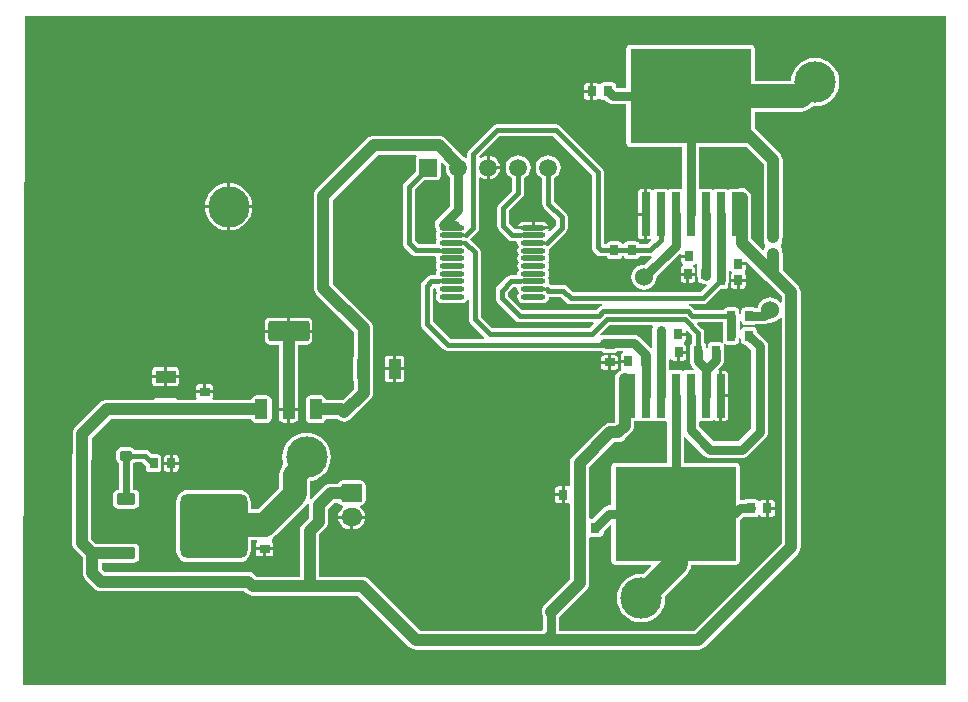
<source format=gtl>
%FSTAX24Y24*%
%MOIN*%
%SFA1B1*%

%IPPOS*%
%AMD11*
4,1,8,0.016200,0.034400,-0.016200,0.034400,-0.021600,0.029000,-0.021600,-0.029000,-0.016200,-0.034400,0.016200,-0.034400,0.021600,-0.029000,0.021600,0.029000,0.016200,0.034400,0.0*
1,1,0.010800,0.016200,0.029000*
1,1,0.010800,-0.016200,0.029000*
1,1,0.010800,-0.016200,-0.029000*
1,1,0.010800,0.016200,-0.029000*
%
%AMD12*
4,1,8,0.016200,0.034400,-0.016200,0.034400,-0.021600,0.029000,-0.021600,-0.029000,-0.016200,-0.034400,0.016200,-0.034400,0.021600,-0.029000,0.021600,0.029000,0.016200,0.034400,0.0*
1,1,0.010800,0.016200,0.029000*
1,1,0.010800,-0.016200,0.029000*
1,1,0.010800,-0.016200,-0.029000*
1,1,0.010800,0.016200,-0.029000*
%
%AMD13*
4,1,8,0.060300,0.034400,-0.060300,0.034400,-0.068900,0.025800,-0.068900,-0.025800,-0.060300,-0.034400,0.060300,-0.034400,0.068900,-0.025800,0.068900,0.025800,0.060300,0.034400,0.0*
1,1,0.017200,0.060300,0.025800*
1,1,0.017200,-0.060300,0.025800*
1,1,0.017200,-0.060300,-0.025800*
1,1,0.017200,0.060300,-0.025800*
%
%AMD16*
4,1,8,0.031500,-0.014800,0.031500,0.014800,0.026600,0.019700,-0.026600,0.019700,-0.031500,0.014800,-0.031500,-0.014800,-0.026600,-0.019700,0.026600,-0.019700,0.031500,-0.014800,0.0*
1,1,0.009800,0.026600,-0.014800*
1,1,0.009800,0.026600,0.014800*
1,1,0.009800,-0.026600,0.014800*
1,1,0.009800,-0.026600,-0.014800*
%
%AMD17*
4,1,8,0.112200,-0.081100,0.112200,0.081100,0.085100,0.108200,-0.085100,0.108200,-0.112200,0.081100,-0.112200,-0.081100,-0.085100,-0.108200,0.085100,-0.108200,0.112200,-0.081100,0.0*
1,1,0.054200,0.085100,-0.081100*
1,1,0.054200,0.085100,0.081100*
1,1,0.054200,-0.085100,0.081100*
1,1,0.054200,-0.085100,-0.081100*
%
%AMD18*
4,1,8,0.019700,-0.011800,0.019700,0.011800,0.015800,0.015700,-0.015800,0.015700,-0.019700,0.011800,-0.019700,-0.011800,-0.015800,-0.015700,0.015800,-0.015700,0.019700,-0.011800,0.0*
1,1,0.007800,0.015800,-0.011800*
1,1,0.007800,0.015800,0.011800*
1,1,0.007800,-0.015800,0.011800*
1,1,0.007800,-0.015800,-0.011800*
%
%AMD31*
4,1,8,0.035000,-0.022500,0.035000,0.022500,0.027500,0.030000,-0.027500,0.030000,-0.035000,0.022500,-0.035000,-0.022500,-0.027500,-0.030000,0.027500,-0.030000,0.035000,-0.022500,0.0*
1,1,0.015000,0.027500,-0.022500*
1,1,0.015000,0.027500,0.022500*
1,1,0.015000,-0.027500,0.022500*
1,1,0.015000,-0.027500,-0.022500*
%
%ADD10R,0.066900X0.043300*%
G04~CAMADD=11~8~0.0~0.0~433.0~689.0~54.0~0.0~15~0.0~0.0~0.0~0.0~0~0.0~0.0~0.0~0.0~0~0.0~0.0~0.0~0.0~433.0~689.0*
%ADD11D11*%
G04~CAMADD=12~8~0.0~0.0~433.0~689.0~54.0~0.0~15~0.0~0.0~0.0~0.0~0~0.0~0.0~0.0~0.0~0~0.0~0.0~0.0~0.0~433.0~689.0*
%ADD12D12*%
G04~CAMADD=13~8~0.0~0.0~1378.0~689.0~86.0~0.0~15~0.0~0.0~0.0~0.0~0~0.0~0.0~0.0~0.0~0~0.0~0.0~0.0~0.0~1378.0~689.0*
%ADD13D13*%
%ADD14R,0.035400X0.031500*%
%ADD15R,0.027600X0.035400*%
G04~CAMADD=16~8~0.0~0.0~394.0~630.0~49.0~0.0~15~0.0~0.0~0.0~0.0~0~0.0~0.0~0.0~0.0~0~0.0~0.0~0.0~270.0~630.0~394.0*
%ADD16D16*%
G04~CAMADD=17~8~0.0~0.0~2165.0~2244.0~271.0~0.0~15~0.0~0.0~0.0~0.0~0~0.0~0.0~0.0~0.0~0~0.0~0.0~0.0~270.0~2244.0~2164.0*
%ADD17D17*%
G04~CAMADD=18~8~0.0~0.0~315.0~394.0~39.0~0.0~15~0.0~0.0~0.0~0.0~0~0.0~0.0~0.0~0.0~0~0.0~0.0~0.0~270.0~394.0~314.0*
%ADD18D18*%
%ADD19R,0.031500X0.035400*%
%ADD20R,0.035400X0.027600*%
%ADD21R,0.031500X0.145700*%
%ADD22R,0.403500X0.315000*%
%ADD23R,0.043300X0.066900*%
%ADD24O,0.082700X0.017700*%
%ADD25C,0.078700*%
%ADD26C,0.039400*%
%ADD27C,0.015700*%
%ADD28C,0.031500*%
%ADD29C,0.023600*%
%ADD30O,0.070000X0.060000*%
G04~CAMADD=31~8~0.0~0.0~600.0~700.0~75.0~0.0~15~0.0~0.0~0.0~0.0~0~0.0~0.0~0.0~0.0~0~0.0~0.0~0.0~270.0~700.0~600.0*
%ADD31D31*%
%ADD32R,0.059100X0.059100*%
%ADD33C,0.059100*%
%ADD34C,0.060000*%
%ADD35C,0.137800*%
%LNteste2.1pcb-1*%
%LPD*%
G36*
X03075Y000015D02*
X030704Y-000004D01*
X0307Y0*
X000035*
X0Y000035*
X00005Y0223*
X03075*
Y000015*
G37*
%LNteste2.1pcb-2*%
%LPC*%
G36*
X012332Y0105D02*
X012063D01*
Y010215*
X012071Y010176*
X012093Y010143*
X012126Y010121*
X012165Y010113*
X012332*
Y0105*
G37*
G36*
X0127D02*
X012431D01*
Y010113*
X012598*
X012637Y010121*
X01267Y010143*
X012692Y010176*
X0127Y010215*
Y0105*
G37*
G36*
X0047Y0106D02*
X004415D01*
X004376Y010592*
X004343Y01057*
X004321Y010537*
X004313Y010498*
Y010331*
X0047*
Y0106*
G37*
G36*
X005187Y010231D02*
X0048D01*
Y009963*
X005085*
X005124Y009971*
X005157Y009993*
X005179Y010026*
X005187Y010065*
Y010231*
G37*
G36*
X006Y010035D02*
X005873D01*
X005834Y010027*
X005801Y010005*
X005779Y009972*
X005771Y009933*
Y009826*
X006*
Y010035*
G37*
G36*
X006227D02*
X0061D01*
Y009826*
X006329*
Y009933*
X006321Y009972*
X006299Y010005*
X006266Y010027*
X006227Y010035*
G37*
G36*
X0047Y010231D02*
X004313D01*
Y010065*
X004321Y010026*
X004343Y009993*
X004376Y009971*
X004415Y009963*
X0047*
Y010231*
G37*
G36*
X012598Y010987D02*
X012431D01*
Y0106*
X0127*
Y010885*
X012692Y010924*
X01267Y010957*
X012637Y010979*
X012598Y010987*
G37*
G36*
X0195Y010994D02*
X019373D01*
X019334Y010987*
X019301Y010965*
X019279Y010932*
X019271Y010893*
Y010805*
X0195*
Y010994*
G37*
G36*
X019727D02*
X0196D01*
Y010805*
X019829*
Y010893*
X019821Y010932*
X019799Y010965*
X019766Y010987*
X019727Y010994*
G37*
G36*
X012332Y010987D02*
X012165D01*
X012126Y010979*
X012093Y010957*
X012071Y010924*
X012063Y010885*
Y0106*
X012332*
Y010987*
G37*
G36*
X005085Y0106D02*
X0048D01*
Y010331*
X005187*
Y010498*
X005179Y010537*
X005157Y01057*
X005124Y010592*
X005085Y0106*
G37*
G36*
X0195Y010705D02*
X019271D01*
Y010617*
X019279Y010578*
X019301Y010545*
X019334Y010523*
X019373Y010515*
X0195*
Y010705*
G37*
G36*
X019829D02*
X0196D01*
Y010515*
X019727*
X019766Y010523*
X019799Y010545*
X019821Y010578*
X019829Y010617*
Y010705*
G37*
G36*
X017949Y0063D02*
X017739D01*
Y006173*
X017747Y006134*
X017769Y006101*
X017802Y006079*
X017841Y006071*
X017949*
Y0063*
G37*
G36*
Y006629D02*
X017841D01*
X017802Y006621*
X017769Y006599*
X017747Y006566*
X017739Y006527*
Y0064*
X017949*
Y006629*
G37*
G36*
X003586Y007929D02*
X003271D01*
X003209Y007916*
X003157Y007882*
X003123Y00783*
X00311Y007768*
Y007532*
X003123Y00747*
X003157Y007418*
X003196Y007393*
Y006518*
X003171*
X003106Y006505*
X00305Y006468*
X003013Y006413*
X003Y006347*
Y006052*
X003013Y005987*
X00305Y005931*
X003106Y005894*
X003171Y005881*
X003702*
X003768Y005894*
X003823Y005931*
X00386Y005987*
X003873Y006052*
Y006347*
X00386Y006413*
X003823Y006468*
X003768Y006505*
X003702Y006518*
X003677*
Y007404*
X003699Y007418*
X00372Y007449*
X003967*
X004097Y00732*
Y007223*
X004106Y007177*
X004132Y007138*
X004171Y007112*
X004217Y007102*
X004493*
X004539Y007112*
X004578Y007138*
X004604Y007177*
X004613Y007223*
Y007577*
X004604Y007623*
X004578Y007662*
X004539Y007688*
X004493Y007698*
X004286*
X004192Y007792*
X004127Y007835*
X00405Y007851*
X00372*
X003699Y007882*
X003647Y007916*
X003586Y007929*
G37*
G36*
X011397Y00555D02*
X011D01*
Y005197*
X011104Y00521*
X011202Y005251*
X011285Y005315*
X011349Y005398*
X01139Y005496*
X011397Y00555*
G37*
G36*
X008Y0045D02*
X007771D01*
Y004393*
X007779Y004354*
X007801Y00432*
X007834Y004298*
X007873Y004291*
X008*
Y0045*
G37*
G36*
X008329D02*
X0081D01*
Y004291*
X008227*
X008266Y004298*
X008299Y00432*
X008321Y004354*
X008329Y004393*
Y0045*
G37*
G36*
X0109Y00555D02*
X010503D01*
X01051Y005496*
X010551Y005398*
X010615Y005315*
X010698Y005251*
X010796Y00521*
X0109Y005197*
Y00555*
G37*
G36*
X0088Y009151D02*
X00853D01*
Y00891*
X008542Y00885*
X008576Y008799*
X008627Y008765*
X008688Y008753*
X0088*
Y009151*
G37*
G36*
X00917D02*
X0089D01*
Y008753*
X009012*
X009073Y008765*
X009124Y008799*
X009158Y00885*
X00917Y00891*
Y009151*
G37*
G36*
X009643Y011749D02*
X008057D01*
Y011541*
X008072Y011468*
X008113Y011407*
X008175Y011366*
X008247Y011351*
X008532*
Y009501*
X00853Y009491*
Y009251*
X00917*
Y009491*
X009168Y009501*
Y011351*
X009453*
X009525Y011366*
X009587Y011407*
X009628Y011468*
X009643Y011541*
Y011749*
G37*
G36*
X005083Y007679D02*
X004995D01*
Y00745*
X005185*
Y007577*
X005177Y007616*
X005155Y007649*
X005122Y007671*
X005083Y007679*
G37*
G36*
X004895Y00735D02*
X004706D01*
Y007223*
X004713Y007184*
X004735Y007151*
X004768Y007129*
X004807Y007121*
X004895*
Y00735*
G37*
G36*
X005185D02*
X004995D01*
Y007121*
X005083*
X005122Y007129*
X005155Y007151*
X005177Y007184*
X005185Y007223*
Y00735*
G37*
G36*
X004895Y007679D02*
X004807D01*
X004768Y007671*
X004735Y007649*
X004713Y007616*
X004706Y007577*
Y00745*
X004895*
Y007679*
G37*
G36*
X0207Y01653D02*
X020593D01*
X020554Y016523*
X02052Y0165*
X020498Y016467*
X020491Y016428*
Y01575*
X0207*
Y01653*
G37*
G36*
X009453Y012247D02*
X0089D01*
Y011849*
X009643*
Y012058*
X009628Y01213*
X009587Y012192*
X009525Y012233*
X009453Y012247*
G37*
G36*
X0088D02*
X008247D01*
X008175Y012233*
X008113Y012192*
X008072Y01213*
X008057Y012058*
Y011849*
X0088*
Y012247*
G37*
G36*
X0207Y01565D02*
X020491D01*
Y014972*
X020498Y014933*
X02052Y0149*
X020554Y014877*
X020593Y01487*
X0207*
Y01565*
G37*
G36*
X0068Y0159D02*
X006062D01*
X006072Y015795*
X006118Y015647*
X006191Y01551*
X006289Y015389*
X00641Y015291*
X006547Y015218*
X006695Y015172*
X0068Y015162*
Y0159*
G37*
G36*
X007638D02*
X0069D01*
Y015162*
X007005Y015172*
X007153Y015218*
X00729Y015291*
X007411Y015389*
X007509Y01551*
X007582Y015647*
X007628Y015795*
X007638Y0159*
G37*
G36*
X018899Y01975D02*
X018689D01*
Y019623*
X018697Y019584*
X018719Y019551*
X018752Y019529*
X018791Y019521*
X018899*
Y01975*
G37*
G36*
Y020079D02*
X018791D01*
X018752Y020071*
X018719Y020049*
X018697Y020016*
X018689Y019977*
Y01985*
X018899*
Y020079*
G37*
G36*
X024268Y021332D02*
X020232D01*
X020186Y021323*
X020147Y021297*
X020121Y021258*
X020112Y021212*
Y019915*
X019778*
Y019977*
X019769Y020023*
X019743Y020062*
X019704Y020088*
X019657Y020098*
X019343*
X019296Y020088*
X019257Y020062*
X019243Y02004*
X01919Y020037*
X019186Y020038*
X019178Y020049*
X019145Y020071*
X019106Y020079*
X018999*
Y0198*
Y019521*
X019106*
X019145Y019529*
X019178Y019551*
X019186Y019562*
X01919Y019563*
X019243Y01956*
X019257Y019538*
X019296Y019512*
X019343Y019502*
X019404*
X019466Y01944*
X019524Y019396*
X019591Y019369*
X019663Y019359*
X020112*
Y018062*
X020121Y018016*
X020147Y017977*
X020186Y017951*
X020232Y017942*
X021972*
Y016583*
X021922Y016546*
X021907Y016549*
X021593*
X021546Y01654*
X021507Y016514*
X021493*
X021454Y01654*
X021407Y016549*
X021093*
X021046Y01654*
X021007Y016514*
X020951Y016519*
X020947Y016523*
X020907Y01653*
X0208*
Y0157*
Y01487*
X020907*
X020917Y014872*
X020942Y014826*
X020817Y014701*
X020549*
X020544Y014723*
X020518Y014762*
X020479Y014788*
X020433Y014798*
X020157*
X020111Y014788*
X020072Y014762*
X020046Y014723*
X020042Y014701*
X019958*
X019954Y014723*
X019928Y014762*
X019889Y014788*
X019843Y014798*
X019567*
X019521Y014788*
X019482Y014762*
X019456Y014723*
X019451Y014701*
X019351*
Y0171*
X019335Y017177*
X019292Y017242*
X017892Y018642*
X017827Y018685*
X01775Y018701*
X0158*
X015723Y018685*
X015658Y018642*
X014858Y017842*
X014815Y017777*
X014799Y0177*
Y017604*
X014749Y01758*
X014708Y017611*
X014674Y017625*
X014075Y018225*
X014009Y018275*
X013932Y018307*
X01385Y018318*
X0117*
X011618Y018307*
X011541Y018275*
X011475Y018225*
X009775Y016525*
X009725Y016459*
X009693Y016382*
X009682Y0163*
Y01325*
X009693Y013168*
X009725Y013091*
X009775Y013025*
X011032Y011768*
Y01098*
X011017Y01097*
X010991Y010931*
X010982Y010885*
Y010215*
X010991Y010169*
X011017Y01013*
X011032Y01012*
Y009882*
X010661Y00951*
X010599Y009518*
X010088*
X01008Y009558*
X010042Y009615*
X009985Y009653*
X009918Y009667*
X009593*
X009526Y009653*
X009469Y009615*
X009431Y009558*
X009417Y009491*
Y00891*
X009431Y008843*
X009469Y008786*
X009526Y008748*
X009593Y008735*
X009918*
X009985Y008748*
X010042Y008786*
X01008Y008843*
X010088Y008883*
X010468*
X010475Y008875*
X010541Y008825*
X010618Y008793*
X0107Y008782*
X010782Y008793*
X010859Y008825*
X010925Y008875*
X011575Y009525*
X011625Y009591*
X011657Y009668*
X011668Y00975*
Y0119*
X011657Y011982*
X011625Y012059*
X011575Y012125*
X010318Y013382*
Y016168*
X011832Y017682*
X013107*
X013122Y017632*
X01312Y01763*
X013093Y017591*
X013084Y017545*
Y017118*
X012708Y016742*
X012665Y016677*
X012649Y0166*
Y01475*
X012665Y014673*
X012708Y014608*
X012969Y014347*
X013034Y014304*
X013111Y014289*
X013729*
X013761Y01425*
X013756Y014228*
X013772Y014147*
X013804Y0141*
X013772Y014053*
X013756Y013972*
X013772Y013891*
X013804Y013844*
X013772Y013797*
X013756Y013716*
X013759Y0137*
X013728Y013661*
X01361*
X013533Y013646*
X013468Y013602*
X013308Y013442*
X013265Y013377*
X013249Y0133*
Y01205*
X013265Y011973*
X013308Y011908*
X014013Y011203*
X014078Y01116*
X014155Y011145*
X019273*
X019288Y011122*
X019327Y011096*
X019373Y011087*
X019727*
X019773Y011096*
X019812Y011122*
X019815Y011127*
X02*
X020005Y011077*
X019978Y011071*
X019945Y011049*
X019923Y011016*
X019915Y010977*
Y01085*
X020174*
Y01075*
X019915*
Y010623*
X019923Y010584*
X019945Y010551*
X019939Y010495*
X019891Y010475*
X019825Y010425*
X019775Y010359*
X019743Y010282*
X019732Y0102*
Y008782*
X019694Y008743*
X019576*
X019493Y008732*
X019417Y008701*
X019351Y00865*
X018325Y007625*
X018275Y007559*
X018243Y007482*
X018232Y0074*
Y006657*
X018221Y006646*
X018182Y006624*
X018156Y006629*
X018049*
Y00635*
Y006071*
X018156*
X018182Y006076*
X018221Y006054*
X018232Y006043*
Y003532*
X017375Y002675*
X017325Y002609*
X017293Y002532*
X017282Y00245*
X017293Y002368*
X017322Y002298*
Y001865*
X017275Y001818*
X013232*
X011525Y003525*
X011459Y003575*
X011382Y003607*
X0113Y003618*
X009868*
Y005018*
X010075Y005225*
X010125Y005291*
X010157Y005368*
X010168Y00545*
Y005868*
X010382Y006082*
X010505*
X010536Y006036*
X0106Y005993*
X010658Y005981*
X010672Y005936*
Y005929*
X010615Y005885*
X010551Y005802*
X01051Y005704*
X010503Y00565*
X01095*
X011397*
X01139Y005704*
X011349Y005802*
X011285Y005885*
X011228Y005929*
Y005936*
X011242Y005981*
X0113Y005993*
X011364Y006036*
X011407Y0061*
X011422Y006175*
Y006625*
X011407Y0067*
X011364Y006764*
X0113Y006807*
X011225Y006822*
X010675*
X0106Y006807*
X010536Y006764*
X010505Y006718*
X01025*
X010168Y006707*
X010091Y006675*
X010025Y006625*
X009625Y006225*
X009599Y006191*
X009556Y006216*
X009561Y006229*
X009578Y006362*
Y006798*
X009582Y006802*
X009608Y006805*
X00976Y006851*
X009901Y006926*
X010023Y007027*
X010124Y007149*
X010199Y00729*
X010245Y007442*
X010261Y0076*
X010245Y007758*
X010199Y00791*
X010124Y008051*
X010023Y008173*
X009901Y008274*
X00976Y008349*
X009608Y008395*
X00945Y008411*
X009292Y008395*
X00914Y008349*
X008999Y008274*
X008877Y008173*
X008776Y008051*
X008701Y00791*
X008655Y007758*
X008639Y0076*
X008655Y007442*
X008681Y007356*
X008615Y00727*
X008564Y007146*
X008546Y007012*
Y006576*
X00784Y005871*
X007594*
Y006112*
X00758Y006213*
X007541Y006308*
X007479Y006389*
X007397Y006452*
X007303Y006491*
X007201Y006504*
X005499*
X005397Y006491*
X005303Y006452*
X005221Y006389*
X005159Y006308*
X00512Y006213*
X005106Y006112*
Y004488*
X00512Y004387*
X005159Y004292*
X005221Y004211*
X005303Y004148*
X005397Y004109*
X005499Y004096*
X007201*
X007303Y004109*
X007397Y004148*
X007479Y004211*
X007541Y004292*
X00758Y004387*
X007594Y004488*
Y004838*
X007798*
X007813Y00479*
X007812Y004787*
X007801Y00478*
X007779Y004746*
X007771Y004707*
Y0046*
X00805*
X008329*
Y004707*
X008321Y004746*
X008299Y00478*
X008288Y004787*
X008287Y004791*
X00829Y004844*
X008312Y004859*
X008338Y004898*
X008345Y004933*
X008419Y004989*
X009427Y005997*
X009493Y006083*
X009541Y006063*
X009532Y006*
Y005582*
X009325Y005375*
X009275Y005309*
X009243Y005232*
X009232Y00515*
Y003618*
X007782*
X007725Y003675*
X007659Y003725*
X007582Y003757*
X0075Y003768*
X002732*
X002617Y003882*
Y004083*
X003168*
X003171Y004082*
X003702*
X003768Y004095*
X003823Y004132*
X00386Y004187*
X003873Y004253*
Y004548*
X00386Y004613*
X003823Y004669*
X003768Y004706*
X003702Y004719*
X003171*
X003168Y004718*
X002431*
X002268Y004882*
Y007456*
X002277Y00747*
X00229Y007532*
Y007768*
X002289Y00777*
Y00824*
X002932Y008883*
X004407*
X004415Y008882*
X005085*
X005093Y008883*
X007612*
X00762Y008843*
X007658Y008786*
X007715Y008748*
X007782Y008735*
X008107*
X008174Y008748*
X008231Y008786*
X008269Y008843*
X008283Y00891*
Y009491*
X008269Y009558*
X008231Y009615*
X008174Y009653*
X008107Y009667*
X007782*
X007715Y009653*
X007658Y009615*
X00762Y009558*
X007612Y009518*
X006341*
X006314Y009568*
X006321Y009579*
X006329Y009618*
Y009726*
X005771*
Y009618*
X005779Y009579*
X005786Y009568*
X005759Y009518*
X005171*
X00517Y00952*
X005131Y009546*
X005085Y009555*
X004415*
X004369Y009546*
X00433Y00952*
X004329Y009518*
X002801*
X002719Y009508*
X002642Y009476*
X002576Y009425*
X001747Y008596*
X001697Y00853*
X001665Y008454*
X001654Y008372*
Y00777*
Y007768*
Y007736*
X001643Y007711*
X001632Y007628*
Y00475*
X001643Y004668*
X001675Y004591*
X001725Y004525*
X001982Y004269*
Y00375*
X001993Y003668*
X002024Y003592*
X002075Y003526*
X002375Y003225*
X002441Y003175*
X002518Y003143*
X0026Y003132*
X007368*
X007425Y003075*
X007491Y003025*
X007568Y002993*
X00765Y002982*
X011168*
X012875Y001275*
X012941Y001225*
X013018Y001193*
X0131Y001182*
X0225*
X022582Y001193*
X022659Y001225*
X022725Y001275*
X025825Y004375*
X025875Y004441*
X025907Y004518*
X025918Y0046*
Y0131*
X025907Y013182*
X025875Y013259*
X025825Y013325*
X025318Y013832*
Y014374*
X025307Y014457*
X025298Y014479*
Y014532*
X025288Y014578*
X025262Y014617*
X025258Y01462*
Y01468*
X025262Y014683*
X025288Y014722*
X025298Y014768*
Y014821*
X025307Y014843*
X025318Y014926*
Y0175*
X025307Y017582*
X025275Y017659*
X025225Y017725*
X024388Y018561*
Y019121*
X025937*
X026071Y019138*
X026195Y01919*
X026302Y019272*
X026326Y019296*
X0264Y019289*
X026558Y019305*
X02671Y019351*
X026851Y019426*
X026973Y019527*
X027074Y019649*
X027149Y01979*
X027195Y019942*
X027211Y0201*
X027195Y020258*
X027149Y02041*
X027074Y020551*
X026973Y020673*
X026851Y020774*
X02671Y020849*
X026558Y020895*
X0264Y020911*
X026242Y020895*
X02609Y020849*
X025949Y020774*
X025827Y020673*
X025726Y020551*
X025651Y02041*
X025605Y020258*
X025594Y020153*
X024388*
Y021212*
X024379Y021258*
X024353Y021297*
X024314Y021323*
X024268Y021332*
G37*
G36*
X0068Y016738D02*
X006695Y016728D01*
X006547Y016682*
X00641Y016609*
X006289Y016511*
X006191Y01639*
X006118Y016253*
X006072Y016105*
X006062Y016*
X0068*
Y016738*
G37*
G36*
X0069D02*
Y016D01*
X007638*
X007628Y016105*
X007582Y016253*
X007509Y01639*
X007411Y016511*
X00729Y016609*
X007153Y016682*
X007005Y016728*
X0069Y016738*
G37*
%LNteste2.1pcb-3*%
%LPD*%
G36*
X024682Y017368D02*
Y014926D01*
X024693Y014843*
X024702Y014821*
Y014768*
X024712Y014722*
X024738Y014683*
X024742Y01468*
Y01462*
X024738Y014617*
X024712Y014578*
X024702Y014532*
Y014518*
X024652Y014497*
X024268Y014882*
Y01625*
X024257Y016332*
X024225Y016409*
X024175Y016475*
X024109Y016525*
X024032Y016557*
X02395Y016568*
X023868Y016557*
X023848Y016549*
X023593*
X023546Y01654*
X023507Y016514*
X023493*
X023454Y01654*
X023407Y016549*
X023093*
X023046Y01654*
X023007Y016514*
X022993*
X022954Y01654*
X022907Y016549*
X022593*
X022578Y016546*
X022528Y016583*
Y017942*
X024109*
X024682Y017368*
G37*
G36*
X024775Y013475D02*
D01*
X025282Y012968*
Y012771*
X025232Y012754*
X025198Y012798*
X025111Y012865*
X025009Y012907*
X0249Y012922*
X024791Y012907*
X024689Y012865*
X024602Y012798*
X024535Y012711*
X024493Y012609*
X024489Y012578*
X0244*
X024384Y012588*
X024338Y012598*
X024062*
X024016Y012588*
X023977Y012562*
X023951Y012523*
X023942Y012477*
Y012397*
X023939Y012391*
X023889Y012381*
X023884Y012382*
X023868Y012405*
Y012477*
X023858Y012523*
X023832Y012562*
X023793Y012588*
X023747Y012598*
X023472*
X023426Y012588*
X023386Y012562*
X02336Y012523*
X023356Y012501*
X022397*
X022299Y012599*
X022233Y012643*
X022201Y012649*
X022206Y012699*
X022655*
X022732Y012715*
X022797Y012758*
X023241Y013202*
X023393*
X023439Y013212*
X023478Y013238*
X023504Y013277*
X023513Y013323*
Y01341*
X023519Y013423*
X023528Y013495*
Y013804*
X023532Y01381*
X023584Y013813*
X023589Y013812*
X023596Y013801*
X023609Y013792*
X023627Y013763*
X023622Y013729*
X023613Y013716*
X023606Y013677*
Y01355*
X023845*
X024085*
Y013677*
X024077Y013716*
X024055Y013749*
Y013801*
X024077Y013834*
X024085Y013873*
Y014*
X023826*
Y0141*
X024085*
X024131Y01412*
X024775Y013475*
G37*
G36*
X020539Y008816D02*
X020546Y00881D01*
X020593Y008801*
X020907*
X020954Y00881*
X020961Y008816*
X021Y008833*
X021039Y008816*
X021046Y00881*
X021093Y008801*
X021407*
X021422Y008804*
X021472Y008767*
Y007408*
X019732*
X019686Y007399*
X019647Y007373*
X019621Y007334*
X019612Y007288*
Y005991*
X019539*
X019467Y005981*
X0194Y005954*
X019342Y00591*
X01898Y005548*
X018918*
X018868Y005589*
Y00635*
Y007268*
X019707Y008108*
X019826*
X019908Y008119*
X019984Y00815*
X02005Y008201*
X020275Y008425*
X020325Y008491*
X020357Y008568*
X020368Y00865*
Y008801*
X020407*
X020454Y00881*
X020461Y008816*
X0205Y008833*
X020539Y008816*
G37*
G36*
X014091Y01731D02*
X014083Y01725D01*
X014097Y017142*
X014139Y017042*
X014205Y016955*
X014222Y016942*
Y015965*
X013803Y015547*
X013759Y015489*
X013731Y015422*
X013722Y01535*
X013731Y015278*
X013759Y015211*
X013766Y015202*
X013772Y015171*
X013804Y015124*
X013772Y015076*
X013756Y014996*
X013772Y014915*
X013804Y014868*
X013772Y01482*
X013756Y01474*
X013758Y014729*
X013727Y01469*
X013194*
X013051Y014833*
Y016517*
X013368Y016834*
X013795*
X013841Y016843*
X01388Y01687*
X013907Y016909*
X013916Y016955*
Y01742*
X013962Y017439*
X014091Y01731*
G37*
G36*
X013722Y013247D02*
X013756Y013204D01*
X013772Y013124*
X013804Y013076*
X013772Y013029*
X013756Y012948*
X013772Y012868*
X013818Y012799*
X013886Y012754*
X013967Y012738*
X014617*
X014697Y012754*
X014766Y012799*
X014799Y01285*
X014849Y012835*
Y0122*
X014865Y012123*
X014908Y012058*
X01537Y011596*
X015349Y011546*
X014238*
X013651Y012133*
Y013213*
X013688Y013249*
X013722Y013247*
G37*
G36*
X025282Y012229D02*
Y004732D01*
X022368Y001818*
X017878*
Y002279*
X018775Y003175*
X018825Y003241*
X018857Y003318*
X018868Y0034*
Y004911*
X018918Y004952*
X019233*
X019279Y004962*
X019318Y004988*
X019344Y005027*
X019353Y005073*
Y005135*
X019566Y005347*
X019612Y005328*
Y004138*
X019621Y004092*
X019647Y004053*
X019686Y004027*
X019732Y004018*
X020922*
X020942Y003972*
X020674Y003704*
X0206Y003711*
X020442Y003695*
X02029Y003649*
X020149Y003574*
X020027Y003473*
X019926Y003351*
X019851Y00321*
X019805Y003058*
X019789Y0029*
X019805Y002742*
X019851Y00259*
X019926Y002449*
X020027Y002327*
X020149Y002226*
X02029Y002151*
X020442Y002105*
X0206Y002089*
X020758Y002105*
X02091Y002151*
X021051Y002226*
X021173Y002327*
X021274Y002449*
X021349Y00259*
X021395Y002742*
X021411Y0029*
X021404Y002974*
X022115Y003685*
X022197Y003792*
X022249Y003916*
X022262Y004018*
X023768*
X023814Y004027*
X023853Y004053*
X023879Y004092*
X023888Y004138*
Y0055*
X02391Y005516*
X024015Y005622*
X02403*
X024045Y005612*
X024091Y005602*
X024406*
X024452Y005612*
X024491Y005638*
X024506Y00566*
X024559Y005663*
X024563Y005662*
X02457Y005651*
X024604Y005629*
X024643Y005621*
X02475*
Y0059*
Y006179*
X024643*
X024604Y006171*
X02457Y006149*
X024563Y006138*
X024559Y006137*
X024506Y00614*
X024491Y006162*
X024452Y006188*
X024406Y006198*
X024091*
X024045Y006188*
X02403Y006178*
X0239*
X023888Y006188*
Y007288*
X023879Y007334*
X023853Y007373*
X023814Y007399*
X023768Y007408*
X022028*
Y008258*
X022078Y008279*
X022703Y007653*
X022761Y007609*
X022828Y007581*
X0229Y007572*
X02395*
X024022Y007581*
X024089Y007609*
X024147Y007653*
X024747Y008253*
X024791Y008311*
X024818Y008378*
X024828Y00845*
Y011295*
X024818Y011367*
X024791Y011434*
X024747Y011492*
X024453Y011785*
Y011827*
X024444Y011873*
X024418Y011912*
X024379Y011938*
X024333Y011948*
X024057*
X024011Y011938*
X023972Y011912*
X023946Y011873*
X023937Y011827*
X023887Y011828*
Y012144*
X023937Y012167*
X023942Y012164*
Y012123*
X023951Y012077*
X023977Y012038*
X024016Y012012*
X024062Y012002*
X024338*
X024384Y012012*
X0244Y012022*
X0247*
X024772Y012032*
X024839Y012059*
X024869Y012082*
X0249Y012078*
X025009Y012093*
X025111Y012135*
X025198Y012202*
X025232Y012246*
X025282Y012229*
G37*
G36*
X016476Y013221D02*
X016473Y013204D01*
X016489Y013124*
X01652Y013076*
X016489Y013029*
X016473Y012948*
X016489Y012868*
X016534Y012799*
X016603Y012754*
X016683Y012738*
X017333*
X017414Y012754*
X017482Y012799*
X017528Y012868*
X017544Y012948*
X017545Y012949*
X017917*
X018108Y012758*
X018173Y012715*
X01825Y012699*
X019294*
X019299Y012649*
X019267Y012643*
X019201Y012599*
X019103Y012501*
X016633*
X016151Y012983*
Y013067*
X016343Y01326*
X016444*
X016476Y013221*
G37*
G36*
X023331Y011686D02*
X023327Y01165D01*
X023336Y011578*
X023347Y011553*
Y011473*
X023352Y011445*
X023351Y011444*
X023306Y011421*
X023279Y011438*
X023233Y011448*
X022957*
X022911Y011438*
X022872Y011412*
X022846Y011373*
X022837Y011327*
Y011247*
X022835Y011241*
X022784Y011231*
X022779Y011232*
X022763Y011255*
Y011327*
X022754Y011373*
X022728Y011412*
X022705Y011427*
Y011745*
X02269Y011822*
X022647Y011887*
X022481Y012053*
X0225Y012099*
X023331*
Y011686*
G37*
G36*
X022304Y011662D02*
Y011427D01*
X022282Y011412*
X022256Y011373*
X022247Y011327*
Y011253*
X022232Y011217*
X022222Y011145*
Y0108*
X022232Y010728*
X022259Y010661*
X022303Y010603*
X022358Y010549*
X022337Y010499*
X022093*
X022046Y01049*
X022007Y010464*
X021993*
X021954Y01049*
X021907Y010499*
X021593*
X021578Y010496*
X021528Y010533*
Y010829*
X021541Y010838*
X021556Y01086*
X021609Y010863*
X021613Y010862*
X02162Y010851*
X021653Y010829*
X021693Y010821*
X0218*
Y0111*
X02185*
Y01115*
X022109*
Y011277*
X022102Y011316*
X02208Y011349*
X022046Y011371*
X022018Y011377*
Y011428*
X022022Y011429*
X022055Y011451*
X022077Y011484*
X022085Y011523*
Y01165*
X021845*
Y01175*
X022085*
Y01181*
X022135Y011831*
X022304Y011662*
G37*
G36*
X020992Y011949D02*
X020982Y011923D01*
X020972Y011851*
Y011247*
X020922Y011226*
X020547Y011601*
X020489Y011645*
X020422Y011673*
X02035Y011683*
X01937*
X019298Y011673*
X019264Y011659*
X019235Y011701*
X019533Y011999*
X020959*
X020992Y011949*
G37*
G36*
X023933Y011554D02*
X023937Y011551D01*
Y011473*
X023946Y011427*
X023972Y011388*
X024011Y011362*
X024057Y011352*
X0241*
X024272Y01118*
Y008565*
X023835Y008128*
X023015*
X022528Y008615*
Y008767*
X022578Y008804*
X022593Y008801*
X022907*
X022954Y00881*
X022993Y008837*
X023049Y008831*
X023054Y008827*
X023093Y00882*
X0232*
Y00965*
Y01048*
X023189*
X02317Y010526*
X023297Y010653*
X023341Y010711*
X023368Y010778*
X023378Y01085*
X023373Y010886*
Y01115*
X023364Y011222*
X023353Y011247*
Y011327*
X023348Y011355*
X023349Y011356*
X023394Y011379*
X023421Y011362*
X023467Y011352*
X023743*
X023789Y011362*
X023828Y011388*
X023854Y011427*
X023863Y011473*
Y011541*
X023881Y011561*
X023933Y011554*
G37*
G36*
X018949Y017017D02*
Y014603D01*
X018965Y014526*
X019008Y014461*
X019111Y014358*
X019176Y014315*
X019253Y014299*
X019451*
X019456Y014277*
X019482Y014238*
X019521Y014212*
X019567Y014202*
X019843*
X019889Y014212*
X019928Y014238*
X019954Y014277*
X019958Y014299*
X020042*
X020046Y014277*
X020072Y014238*
X020111Y014212*
X020157Y014202*
X020433*
X020479Y014212*
X020518Y014238*
X020544Y014277*
X020549Y014299*
X0209*
X020944Y014308*
X020969Y014262*
X020725Y014018*
X0207Y014022*
X020591Y014007*
X020489Y013965*
X020402Y013898*
X020335Y013811*
X020293Y013709*
X020278Y0136*
X020293Y013491*
X020335Y013389*
X020402Y013302*
X020489Y013235*
X020591Y013193*
X0207Y013178*
X020809Y013193*
X020911Y013235*
X020998Y013302*
X021065Y013389*
X021107Y013491*
X021122Y0136*
X021118Y013625*
X021894Y014401*
X021941Y014382*
Y01435*
X0222*
Y01425*
X021941*
Y014123*
X021948Y014084*
X02197Y014051*
X022004Y014029*
X022007Y014028*
Y013977*
X021978Y013971*
X021945Y013949*
X021923Y013916*
X021915Y013877*
Y01375*
X022155*
X022394*
Y013877*
X022387Y013916*
X022365Y013949*
X022332Y013971*
X022339Y014021*
X022357*
X022397Y014029*
X022422Y014046*
X022451Y014037*
X022472Y014024*
Y01365*
X022482Y013578*
X022487Y013565*
Y013523*
X022496Y013477*
X022522Y013438*
X022561Y013412*
X022607Y013402*
X022628*
X022678Y013382*
X02275Y013372*
X022776Y013375*
X022799Y013328*
X022572Y013101*
X018333*
X018142Y013292*
X018077Y013335*
X018Y013351*
X01759*
X017532Y01339*
X01753*
X017544Y01346*
X017528Y013541*
X017496Y013588*
X017528Y013635*
X017544Y013716*
X017528Y013797*
X017496Y013844*
X017528Y013891*
X017544Y013972*
X017528Y014053*
X017496Y0141*
X017528Y014147*
X017544Y014228*
X017528Y014309*
X017496Y014356*
X017528Y014403*
X017544Y014484*
X01753Y014554*
X017532*
X017597Y014598*
X018092Y015093*
X018135Y015158*
X018151Y015235*
Y0156*
X018135Y015677*
X018092Y015742*
X017701Y016133*
Y016886*
X017708Y016889*
X017795Y016955*
X017861Y017042*
X017903Y017142*
X017917Y01725*
X017903Y017358*
X017861Y017458*
X017795Y017545*
X017708Y017611*
X017608Y017653*
X0175Y017667*
X017392Y017653*
X017292Y017611*
X017205Y017545*
X017139Y017458*
X017097Y017358*
X017083Y01725*
X017097Y017142*
X017139Y017042*
X017205Y016955*
X017292Y016889*
X017299Y016886*
Y01605*
X017315Y015973*
X017358Y015908*
X017749Y015517*
Y015318*
X017574Y015143*
X017514Y015153*
X017506Y01517*
X017511Y015178*
X017515Y015202*
X017357*
X017333Y015206*
X017008*
X016683*
X016659Y015202*
X016467*
X016463Y015196*
X016387*
X016201Y015383*
Y015817*
X016642Y016258*
X016685Y016323*
X016701Y0164*
Y016886*
X016708Y016889*
X016795Y016955*
X016861Y017042*
X016903Y017142*
X016917Y01725*
X016903Y017358*
X016861Y017458*
X016795Y017545*
X016708Y017611*
X016608Y017653*
X0165Y017667*
X016392Y017653*
X016292Y017611*
X016205Y017545*
X016139Y017458*
X016097Y017358*
X016083Y01725*
X016097Y017142*
X016139Y017042*
X016205Y016955*
X016292Y016889*
X016299Y016886*
Y016483*
X015858Y016042*
X015815Y015977*
X015799Y0159*
Y0153*
X015815Y015223*
X015858Y015158*
X016162Y014854*
X016228Y01481*
X016304Y014795*
X016444*
X016476Y014756*
X016473Y01474*
X016489Y014659*
X01652Y014612*
X016489Y014564*
X016473Y014484*
X016489Y014403*
X01652Y014356*
X016489Y014309*
X016473Y014228*
X016489Y014147*
X01652Y0141*
X016489Y014053*
X016473Y013972*
X016489Y013891*
X01652Y013844*
X016489Y013797*
X016473Y013716*
X016476Y0137*
X016444Y013661*
X01626*
X016183Y013646*
X016118Y013602*
X015808Y013292*
X015765Y013227*
X015749Y01315*
Y0129*
X015765Y012823*
X015808Y012758*
X016408Y012158*
X016473Y012115*
X01655Y012099*
X019*
X019019Y012053*
X018867Y011901*
X015633*
X015251Y012283*
Y014428*
X015235Y014505*
X015192Y01457*
X014898Y014864*
X015142Y015108*
X015185Y015173*
X015201Y01525*
Y016918*
X015251Y016943*
X015301Y016905*
X015397Y016865*
X01545Y016858*
Y01725*
Y017642*
X015397Y017635*
X015301Y017595*
X015263Y017566*
X015215Y017588*
X015211Y017627*
X015883Y018299*
X017667*
X018949Y017017*
G37*
%LNteste2.1pcb-4*%
%LPC*%
G36*
X023795Y01345D02*
X023606D01*
Y013323*
X023613Y013284*
X023635Y013251*
X023668Y013229*
X023707Y013221*
X023795*
Y01345*
G37*
G36*
X024085D02*
X023895D01*
Y013221*
X023983*
X024022Y013229*
X024055Y013251*
X024077Y013284*
X024085Y013323*
Y01345*
G37*
G36*
X025059Y00585D02*
X02485D01*
Y005621*
X024957*
X024997Y005629*
X02503Y005651*
X025052Y005684*
X025059Y005723*
Y00585*
G37*
G36*
X024957Y006179D02*
X02485D01*
Y00595*
X025059*
Y006077*
X025052Y006116*
X02503Y006149*
X024997Y006171*
X024957Y006179*
G37*
G36*
X022109Y01105D02*
X0219D01*
Y010821*
X022007*
X022046Y010829*
X02208Y010851*
X022102Y010884*
X022109Y010923*
Y01105*
G37*
G36*
X023407Y01048D02*
X0233D01*
Y0097*
X023509*
Y010378*
X023502Y010417*
X02348Y01045*
X023447Y010473*
X023407Y01048*
G37*
G36*
X023509Y0096D02*
X0233D01*
Y00882*
X023407*
X023447Y008827*
X02348Y00885*
X023502Y008883*
X023509Y008922*
Y0096*
G37*
G36*
X01555Y017642D02*
Y0173D01*
X015892*
X015885Y017353*
X015845Y017449*
X015782Y017532*
X015699Y017595*
X015603Y017635*
X01555Y017642*
G37*
G36*
X015892Y0172D02*
X01555D01*
Y016858*
X015603Y016865*
X015699Y016905*
X015782Y016968*
X015845Y017051*
X015885Y017147*
X015892Y0172*
G37*
G36*
X022105Y01365D02*
X021915D01*
Y013523*
X021923Y013484*
X021945Y013451*
X021978Y013429*
X022017Y013421*
X022105*
Y01365*
G37*
G36*
X022394D02*
X022205D01*
Y013421*
X022293*
X022332Y013429*
X022365Y013451*
X022387Y013484*
X022394Y013523*
Y01365*
G37*
G36*
X017333Y015444D02*
X017058D01*
Y015302*
X017515*
X017511Y015325*
X017469Y015388*
X017407Y015429*
X017333Y015444*
G37*
G36*
X016958D02*
X016683D01*
X01661Y015429*
X016547Y015388*
X016506Y015325*
X016501Y015302*
X016958*
Y015444*
G37*
%LNteste2.1pcb-5*%
%LPD*%
G54D10*
X00475Y010281D03*
Y009219D03*
G54D11*
X007944Y009201D03*
G54D12*
X00885Y009201D03*
X009756D03*
G54D13*
X00885Y011799D03*
G54D14*
X00805Y005101D03*
Y00455D03*
X00605Y009224D03*
Y009776D03*
X025Y014374D03*
Y014926D03*
G54D15*
X004355Y0074D03*
X004945D03*
X023255Y0135D03*
X023845D03*
X020295Y0145D03*
X019705D03*
X022505Y01115D03*
X023095D03*
X022745Y0137D03*
X022155D03*
X021255Y0117D03*
X021845D03*
X023605Y01165D03*
X024195D03*
X023609Y0123D03*
X0242D03*
G54D16*
X003437Y0062D03*
Y0044D03*
G54D17*
X00635Y0053D03*
G54D18*
X001972Y00765D03*
X003428D03*
G54D19*
X0195Y0198D03*
X018949D03*
X024249Y0059D03*
X0248D03*
X020726Y0108D03*
X020174D03*
X022751Y0143D03*
X0222D03*
X021299Y0111D03*
X02185D03*
X01855Y00635D03*
X017999D03*
X023274Y01405D03*
X023826D03*
X018524Y00525D03*
X019076D03*
G54D20*
X01955Y011345D03*
Y010755D03*
G54D21*
X02075Y0157D03*
X02125D03*
X02175D03*
X02225D03*
X02275D03*
X02325D03*
X02375D03*
X02325Y00965D03*
X02275D03*
X02225D03*
X02175D03*
X02125D03*
X02075D03*
X02025D03*
G54D22*
X02225Y019637D03*
X02175Y005713D03*
G54D23*
X011319Y01055D03*
X012382D03*
G54D24*
X014292Y015252D03*
Y014996D03*
Y01474D03*
Y014484D03*
Y014228D03*
Y013972D03*
Y013716D03*
Y01346D03*
Y013204D03*
Y012948D03*
X017008Y015252D03*
Y014996D03*
Y01474D03*
Y014484D03*
Y014228D03*
Y013972D03*
Y013716D03*
Y01346D03*
Y013204D03*
Y012948D03*
G54D25*
X00635Y005354D02*
X006746D01*
X008054*
X02225Y019637D02*
X025937D01*
X0264Y0201*
X02175Y00405D02*
Y005713D01*
X0206Y0029D02*
X02175Y00405D01*
X009062Y006362D02*
Y007012D01*
X00945Y0074*
X00635Y0053D02*
Y005354D01*
X008054D02*
X009062Y006362D01*
G54D26*
X0064Y0057D02*
X006746Y005354D01*
X002801Y009201D02*
X007944D01*
X01855Y0034D02*
Y00635D01*
X02005Y00865D02*
Y0102D01*
X02395Y01475D02*
Y01625D01*
X00195Y007628D02*
X001972Y00765D01*
Y008372*
X019576Y008426D02*
X019826D01*
X02005Y00865*
X01855Y0074D02*
X019576Y008426D01*
X00885Y009201D02*
Y011799D01*
X00195Y00475D02*
Y007628D01*
Y00475D02*
X0023Y0044D01*
X003437*
X0023Y00375D02*
Y0044D01*
Y00375D02*
X0026Y00345D01*
X0075*
X00765Y0033*
X02225Y019637D02*
X023437Y01845D01*
X02405*
X025Y0175*
Y014926D02*
Y0175D01*
Y0137D02*
Y014374D01*
X02395Y01475D02*
X025Y0137D01*
X01Y0163D02*
X0117Y018D01*
X01385*
X0145Y01735*
Y01725D02*
Y01735D01*
X01855Y00635D02*
Y0074D01*
X01025Y0064D02*
X01095D01*
X00765Y0033D02*
X00955D01*
X0113*
X001972Y008372D02*
X002801Y009201D01*
X01Y01325D02*
Y0163D01*
Y01325D02*
X01135Y0119D01*
X0107Y0091D02*
X01135Y00975D01*
X010599Y009201D02*
X0107Y0091D01*
X009756Y009201D02*
X010599D01*
X025Y0137D02*
X0256Y0131D01*
Y0046D02*
Y0131D01*
X0225Y0015D02*
X0256Y0046D01*
X0113Y0033D02*
X0131Y0015D01*
X0176Y00245D02*
X01855Y0034D01*
X0131Y0015D02*
X01735D01*
X0225*
X01135Y00975D02*
Y0119D01*
X00955Y0033D02*
Y00515D01*
X00985Y00545*
Y006*
X01025Y0064*
G54D27*
X00425Y00745D02*
X004355D01*
X019343Y012457D02*
X022157D01*
X019186Y0123D02*
X019343Y012457D01*
X01655Y0123D02*
X019186D01*
X003428Y00765D02*
X00405D01*
X00425Y00745*
X02125Y01485D02*
Y0157D01*
X01285Y0166D02*
X0135Y01725D01*
X01285Y01475D02*
Y0166D01*
Y01475D02*
X013111Y014489D01*
X013839*
X014155Y011345D02*
X01955D01*
X01361Y01346D02*
X013845D01*
X0165Y0164D02*
Y01725D01*
X016Y0159D02*
X0165Y0164D01*
X016Y0153D02*
Y0159D01*
Y0153D02*
X016304Y014996D01*
X016561*
X0175Y01605D02*
Y01725D01*
Y01605D02*
X01795Y0156D01*
Y015235D02*
Y0156D01*
X017455Y01474D02*
X01795Y015235D01*
X022505Y01115D02*
Y011745D01*
X014739Y01474D02*
X01505Y014428D01*
Y0122D02*
Y014428D01*
Y0122D02*
X01555Y0117D01*
X01895*
X01345Y01205D02*
X014155Y011345D01*
X01345Y01205D02*
Y0133D01*
X01361Y01346*
X022314Y0123D02*
X023609D01*
X022157Y012457D02*
X022314Y0123D01*
X01595Y0129D02*
Y01315D01*
X01626Y01346*
X016561*
X01825Y0129D02*
X022655D01*
X018Y01315D02*
X01825Y0129D01*
X01751Y01315D02*
X018D01*
X017455Y013204D02*
X01751Y01315D01*
X022655Y0129D02*
X02325Y013495D01*
X023255Y0135*
X015Y01525D02*
Y0177D01*
X01475Y015D02*
X015Y01525D01*
Y0177D02*
X0158Y0185D01*
X01775*
X0209Y0145D02*
X02125Y01485D01*
X020295Y0145D02*
X0209D01*
X01775Y0185D02*
X01915Y0171D01*
X019253Y0145D02*
X019695D01*
X01915Y014603D02*
Y0171D01*
Y014603D02*
X019253Y0145D01*
X019705D02*
X020295D01*
X01595Y0129D02*
X01655Y0123D01*
X02205Y0122D02*
X022505Y011745D01*
X01895Y0117D02*
X01945Y0122D01*
X02205*
G54D28*
X02125Y00965D02*
Y011851D01*
X02175Y005713D02*
Y00965D01*
X02035Y011405D02*
X02075Y011005D01*
X019539Y005713D02*
X02175D01*
X019076Y00525D02*
X019539Y005713D01*
X02225Y0157D02*
Y019637D01*
X023713Y005713D02*
X0239Y0059D01*
X024249*
X02175Y005713D02*
X023713D01*
X019663Y019637D02*
X02225D01*
X0195Y0198D02*
X019663Y019637D01*
X0145Y01585D02*
Y01725D01*
X02225Y0085D02*
Y00965D01*
Y0085D02*
X0229Y00785D01*
X02395*
X02455Y00845*
Y011295*
X024195Y01165D02*
X02455Y011295D01*
X023609Y011655D02*
Y0123D01*
X023605Y01165D02*
X023609Y011655D01*
X02275Y00965D02*
Y01055D01*
X0225Y0108D02*
X02275Y01055D01*
X0225Y0108D02*
Y011145D01*
X022505Y01115*
X02275Y01055D02*
X0228D01*
X0231Y01085*
X023095Y010855D02*
X0231Y01085D01*
X023095Y010855D02*
Y01115D01*
X02075Y00965D02*
Y011005D01*
X01937Y011405D02*
X02035D01*
X02325Y013495D02*
Y01405D01*
Y0157*
X02275Y01365D02*
Y0143D01*
Y0157*
X02175Y01465D02*
Y0157D01*
X0207Y0136D02*
X02175Y01465D01*
X0242Y0123D02*
X0247D01*
X0249Y0125*
X0176Y00175D02*
Y00245D01*
X01735Y0015D02*
X0176Y00175D01*
X014Y01535D02*
X0144D01*
X014D02*
X0145Y01585D01*
G54D29*
X003437Y0062D02*
Y007642D01*
X003428Y00765D02*
X003437Y007642D01*
G54D30*
X01095Y0056D03*
G54D31*
X01095Y0064D03*
G54D32*
X0135Y01725D03*
G54D33*
X0145Y01725D03*
X0155D03*
X0165D03*
X0175D03*
G54D34*
X0207Y0136D03*
X0249Y0125D03*
G54D35*
X0206Y0029D03*
X0264Y0201D03*
X00685Y01595D03*
X00945Y0076D03*
M02*
</source>
